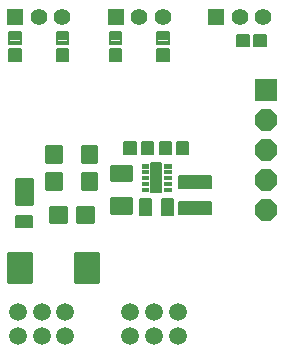
<source format=gbs>
G75*
%MOIN*%
%OFA0B0*%
%FSLAX25Y25*%
%IPPOS*%
%LPD*%
%AMOC8*
5,1,8,0,0,1.08239X$1,22.5*
%
%ADD10R,0.07387X0.07387*%
%ADD11OC8,0.07387*%
%ADD12C,0.00868*%
%ADD13C,0.01299*%
%ADD14C,0.05906*%
%ADD15R,0.05587X0.05587*%
%ADD16C,0.05587*%
%ADD17C,0.00945*%
%ADD18C,0.00638*%
%ADD19C,0.00673*%
%ADD20C,0.00207*%
%ADD21C,0.00595*%
%ADD22C,0.00709*%
%ADD23C,0.00856*%
D10*
X0113349Y0110626D03*
D11*
X0113349Y0100626D03*
X0113349Y0090626D03*
X0113349Y0080626D03*
X0113349Y0070626D03*
D12*
X0056753Y0082879D02*
X0051835Y0082879D01*
X0056753Y0082879D02*
X0056753Y0077561D01*
X0051835Y0077561D01*
X0051835Y0082879D01*
X0051835Y0078428D02*
X0056753Y0078428D01*
X0056753Y0079295D02*
X0051835Y0079295D01*
X0051835Y0080162D02*
X0056753Y0080162D01*
X0056753Y0081029D02*
X0051835Y0081029D01*
X0051835Y0081896D02*
X0056753Y0081896D01*
X0056753Y0082763D02*
X0051835Y0082763D01*
X0051835Y0091879D02*
X0056753Y0091879D01*
X0056753Y0086561D01*
X0051835Y0086561D01*
X0051835Y0091879D01*
X0051835Y0087428D02*
X0056753Y0087428D01*
X0056753Y0088295D02*
X0051835Y0088295D01*
X0051835Y0089162D02*
X0056753Y0089162D01*
X0056753Y0090029D02*
X0051835Y0090029D01*
X0051835Y0090896D02*
X0056753Y0090896D01*
X0056753Y0091763D02*
X0051835Y0091763D01*
X0044942Y0091879D02*
X0040024Y0091879D01*
X0044942Y0091879D02*
X0044942Y0086561D01*
X0040024Y0086561D01*
X0040024Y0091879D01*
X0040024Y0087428D02*
X0044942Y0087428D01*
X0044942Y0088295D02*
X0040024Y0088295D01*
X0040024Y0089162D02*
X0044942Y0089162D01*
X0044942Y0090029D02*
X0040024Y0090029D01*
X0040024Y0090896D02*
X0044942Y0090896D01*
X0044942Y0091763D02*
X0040024Y0091763D01*
X0040024Y0082879D02*
X0044942Y0082879D01*
X0044942Y0077561D01*
X0040024Y0077561D01*
X0040024Y0082879D01*
X0040024Y0078428D02*
X0044942Y0078428D01*
X0044942Y0079295D02*
X0040024Y0079295D01*
X0040024Y0080162D02*
X0044942Y0080162D01*
X0044942Y0081029D02*
X0040024Y0081029D01*
X0040024Y0081896D02*
X0044942Y0081896D01*
X0044942Y0082763D02*
X0040024Y0082763D01*
X0041230Y0071431D02*
X0041230Y0066513D01*
X0041230Y0071431D02*
X0046548Y0071431D01*
X0046548Y0066513D01*
X0041230Y0066513D01*
X0041230Y0067380D02*
X0046548Y0067380D01*
X0046548Y0068247D02*
X0041230Y0068247D01*
X0041230Y0069114D02*
X0046548Y0069114D01*
X0046548Y0069981D02*
X0041230Y0069981D01*
X0041230Y0070848D02*
X0046548Y0070848D01*
X0050230Y0071431D02*
X0050230Y0066513D01*
X0050230Y0071431D02*
X0055548Y0071431D01*
X0055548Y0066513D01*
X0050230Y0066513D01*
X0050230Y0067380D02*
X0055548Y0067380D01*
X0055548Y0068247D02*
X0050230Y0068247D01*
X0050230Y0069114D02*
X0055548Y0069114D01*
X0055548Y0069981D02*
X0050230Y0069981D01*
X0050230Y0070848D02*
X0055548Y0070848D01*
D13*
X0057267Y0055922D02*
X0049905Y0055922D01*
X0057267Y0055922D02*
X0057267Y0046590D01*
X0049905Y0046590D01*
X0049905Y0055922D01*
X0049905Y0047888D02*
X0057267Y0047888D01*
X0057267Y0049186D02*
X0049905Y0049186D01*
X0049905Y0050484D02*
X0057267Y0050484D01*
X0057267Y0051782D02*
X0049905Y0051782D01*
X0049905Y0053080D02*
X0057267Y0053080D01*
X0057267Y0054378D02*
X0049905Y0054378D01*
X0049905Y0055676D02*
X0057267Y0055676D01*
X0035062Y0046590D02*
X0027700Y0046590D01*
X0027700Y0055922D01*
X0035062Y0055922D01*
X0035062Y0046590D01*
X0035062Y0047888D02*
X0027700Y0047888D01*
X0027700Y0049186D02*
X0035062Y0049186D01*
X0035062Y0050484D02*
X0027700Y0050484D01*
X0027700Y0051782D02*
X0035062Y0051782D01*
X0035062Y0053080D02*
X0027700Y0053080D01*
X0027700Y0054378D02*
X0035062Y0054378D01*
X0035062Y0055676D02*
X0027700Y0055676D01*
D14*
X0030672Y0028618D03*
X0030672Y0036492D03*
X0038546Y0036492D03*
X0038546Y0028618D03*
X0046420Y0028618D03*
X0046420Y0036492D03*
X0068074Y0036492D03*
X0068074Y0028618D03*
X0075948Y0028618D03*
X0075948Y0036492D03*
X0083822Y0036492D03*
X0083822Y0028618D03*
D15*
X0096617Y0134917D03*
X0063152Y0134917D03*
X0029688Y0134917D03*
D16*
X0037562Y0134917D03*
X0045436Y0134917D03*
X0071026Y0134917D03*
X0078900Y0134917D03*
X0104491Y0134917D03*
X0112365Y0134917D03*
D17*
X0029964Y0080902D02*
X0029964Y0072398D01*
X0029964Y0080902D02*
X0035318Y0080902D01*
X0035318Y0072398D01*
X0029964Y0072398D01*
X0029964Y0073342D02*
X0035318Y0073342D01*
X0035318Y0074286D02*
X0029964Y0074286D01*
X0029964Y0075230D02*
X0035318Y0075230D01*
X0035318Y0076174D02*
X0029964Y0076174D01*
X0029964Y0077118D02*
X0035318Y0077118D01*
X0035318Y0078062D02*
X0029964Y0078062D01*
X0029964Y0079006D02*
X0035318Y0079006D01*
X0035318Y0079950D02*
X0029964Y0079950D01*
X0029964Y0080894D02*
X0035318Y0080894D01*
D18*
X0029850Y0068417D02*
X0029850Y0064803D01*
X0029850Y0068417D02*
X0035432Y0068417D01*
X0035432Y0064803D01*
X0029850Y0064803D01*
X0029850Y0065440D02*
X0035432Y0065440D01*
X0035432Y0066077D02*
X0029850Y0066077D01*
X0029850Y0066714D02*
X0035432Y0066714D01*
X0035432Y0067351D02*
X0029850Y0067351D01*
X0029850Y0067988D02*
X0035432Y0067988D01*
X0071227Y0074086D02*
X0074841Y0074086D01*
X0074841Y0068898D01*
X0071227Y0068898D01*
X0071227Y0074086D01*
X0071227Y0069535D02*
X0074841Y0069535D01*
X0074841Y0070172D02*
X0071227Y0070172D01*
X0071227Y0070809D02*
X0074841Y0070809D01*
X0074841Y0071446D02*
X0071227Y0071446D01*
X0071227Y0072083D02*
X0074841Y0072083D01*
X0074841Y0072720D02*
X0071227Y0072720D01*
X0071227Y0073357D02*
X0074841Y0073357D01*
X0074841Y0073994D02*
X0071227Y0073994D01*
X0078708Y0074086D02*
X0082322Y0074086D01*
X0082322Y0068898D01*
X0078708Y0068898D01*
X0078708Y0074086D01*
X0078708Y0069535D02*
X0082322Y0069535D01*
X0082322Y0070172D02*
X0078708Y0070172D01*
X0078708Y0070809D02*
X0082322Y0070809D01*
X0082322Y0071446D02*
X0078708Y0071446D01*
X0078708Y0072083D02*
X0082322Y0072083D01*
X0082322Y0072720D02*
X0078708Y0072720D01*
X0078708Y0073357D02*
X0082322Y0073357D01*
X0082322Y0073994D02*
X0078708Y0073994D01*
D19*
X0077918Y0089269D02*
X0081734Y0089269D01*
X0077918Y0089269D02*
X0077918Y0093085D01*
X0081734Y0093085D01*
X0081734Y0089269D01*
X0081734Y0089941D02*
X0077918Y0089941D01*
X0077918Y0090613D02*
X0081734Y0090613D01*
X0081734Y0091285D02*
X0077918Y0091285D01*
X0077918Y0091957D02*
X0081734Y0091957D01*
X0081734Y0092629D02*
X0077918Y0092629D01*
X0075631Y0089269D02*
X0071815Y0089269D01*
X0071815Y0093085D01*
X0075631Y0093085D01*
X0075631Y0089269D01*
X0075631Y0089941D02*
X0071815Y0089941D01*
X0071815Y0090613D02*
X0075631Y0090613D01*
X0075631Y0091285D02*
X0071815Y0091285D01*
X0071815Y0091957D02*
X0075631Y0091957D01*
X0075631Y0092629D02*
X0071815Y0092629D01*
X0069923Y0089269D02*
X0066107Y0089269D01*
X0066107Y0093085D01*
X0069923Y0093085D01*
X0069923Y0089269D01*
X0069923Y0089941D02*
X0066107Y0089941D01*
X0066107Y0090613D02*
X0069923Y0090613D01*
X0069923Y0091285D02*
X0066107Y0091285D01*
X0066107Y0091957D02*
X0069923Y0091957D01*
X0069923Y0092629D02*
X0066107Y0092629D01*
X0083626Y0089269D02*
X0087442Y0089269D01*
X0083626Y0089269D02*
X0083626Y0093085D01*
X0087442Y0093085D01*
X0087442Y0089269D01*
X0087442Y0089941D02*
X0083626Y0089941D01*
X0083626Y0090613D02*
X0087442Y0090613D01*
X0087442Y0091285D02*
X0083626Y0091285D01*
X0083626Y0091957D02*
X0087442Y0091957D01*
X0087442Y0092629D02*
X0083626Y0092629D01*
X0080808Y0120312D02*
X0080808Y0124128D01*
X0080808Y0120312D02*
X0076992Y0120312D01*
X0076992Y0124128D01*
X0080808Y0124128D01*
X0080808Y0120984D02*
X0076992Y0120984D01*
X0076992Y0121656D02*
X0080808Y0121656D01*
X0080808Y0122328D02*
X0076992Y0122328D01*
X0076992Y0123000D02*
X0080808Y0123000D01*
X0080808Y0123672D02*
X0076992Y0123672D01*
X0080808Y0126021D02*
X0080808Y0129837D01*
X0080808Y0126021D02*
X0076992Y0126021D01*
X0076992Y0129837D01*
X0080808Y0129837D01*
X0080808Y0126693D02*
X0076992Y0126693D01*
X0076992Y0127365D02*
X0080808Y0127365D01*
X0080808Y0128037D02*
X0076992Y0128037D01*
X0076992Y0128709D02*
X0080808Y0128709D01*
X0080808Y0129381D02*
X0076992Y0129381D01*
X0065060Y0129837D02*
X0065060Y0126021D01*
X0061244Y0126021D01*
X0061244Y0129837D01*
X0065060Y0129837D01*
X0065060Y0126693D02*
X0061244Y0126693D01*
X0061244Y0127365D02*
X0065060Y0127365D01*
X0065060Y0128037D02*
X0061244Y0128037D01*
X0061244Y0128709D02*
X0065060Y0128709D01*
X0065060Y0129381D02*
X0061244Y0129381D01*
X0065060Y0124128D02*
X0065060Y0120312D01*
X0061244Y0120312D01*
X0061244Y0124128D01*
X0065060Y0124128D01*
X0065060Y0120984D02*
X0061244Y0120984D01*
X0061244Y0121656D02*
X0065060Y0121656D01*
X0065060Y0122328D02*
X0061244Y0122328D01*
X0061244Y0123000D02*
X0065060Y0123000D01*
X0065060Y0123672D02*
X0061244Y0123672D01*
X0047344Y0124128D02*
X0047344Y0120312D01*
X0043528Y0120312D01*
X0043528Y0124128D01*
X0047344Y0124128D01*
X0047344Y0120984D02*
X0043528Y0120984D01*
X0043528Y0121656D02*
X0047344Y0121656D01*
X0047344Y0122328D02*
X0043528Y0122328D01*
X0043528Y0123000D02*
X0047344Y0123000D01*
X0047344Y0123672D02*
X0043528Y0123672D01*
X0047344Y0126021D02*
X0047344Y0129837D01*
X0047344Y0126021D02*
X0043528Y0126021D01*
X0043528Y0129837D01*
X0047344Y0129837D01*
X0047344Y0126693D02*
X0043528Y0126693D01*
X0043528Y0127365D02*
X0047344Y0127365D01*
X0047344Y0128037D02*
X0043528Y0128037D01*
X0043528Y0128709D02*
X0047344Y0128709D01*
X0047344Y0129381D02*
X0043528Y0129381D01*
X0031596Y0129837D02*
X0031596Y0126021D01*
X0027780Y0126021D01*
X0027780Y0129837D01*
X0031596Y0129837D01*
X0031596Y0126693D02*
X0027780Y0126693D01*
X0027780Y0127365D02*
X0031596Y0127365D01*
X0031596Y0128037D02*
X0027780Y0128037D01*
X0027780Y0128709D02*
X0031596Y0128709D01*
X0031596Y0129381D02*
X0027780Y0129381D01*
X0031596Y0124128D02*
X0031596Y0120312D01*
X0027780Y0120312D01*
X0027780Y0124128D01*
X0031596Y0124128D01*
X0031596Y0120984D02*
X0027780Y0120984D01*
X0027780Y0121656D02*
X0031596Y0121656D01*
X0031596Y0122328D02*
X0027780Y0122328D01*
X0027780Y0123000D02*
X0031596Y0123000D01*
X0031596Y0123672D02*
X0027780Y0123672D01*
X0103666Y0125135D02*
X0107482Y0125135D01*
X0103666Y0125135D02*
X0103666Y0128951D01*
X0107482Y0128951D01*
X0107482Y0125135D01*
X0107482Y0125807D02*
X0103666Y0125807D01*
X0103666Y0126479D02*
X0107482Y0126479D01*
X0107482Y0127151D02*
X0103666Y0127151D01*
X0103666Y0127823D02*
X0107482Y0127823D01*
X0107482Y0128495D02*
X0103666Y0128495D01*
X0109374Y0125135D02*
X0113190Y0125135D01*
X0109374Y0125135D02*
X0109374Y0128951D01*
X0113190Y0128951D01*
X0113190Y0125135D01*
X0113190Y0125807D02*
X0109374Y0125807D01*
X0109374Y0126479D02*
X0113190Y0126479D01*
X0113190Y0127151D02*
X0109374Y0127151D01*
X0109374Y0127823D02*
X0113190Y0127823D01*
X0113190Y0128495D02*
X0109374Y0128495D01*
D20*
X0079437Y0085858D02*
X0079437Y0084686D01*
X0079437Y0085858D02*
X0081593Y0085858D01*
X0081593Y0084686D01*
X0079437Y0084686D01*
X0079437Y0084892D02*
X0081593Y0084892D01*
X0081593Y0085098D02*
X0079437Y0085098D01*
X0079437Y0085304D02*
X0081593Y0085304D01*
X0081593Y0085510D02*
X0079437Y0085510D01*
X0079437Y0085716D02*
X0081593Y0085716D01*
X0079437Y0083889D02*
X0079437Y0082717D01*
X0079437Y0083889D02*
X0081593Y0083889D01*
X0081593Y0082717D01*
X0079437Y0082717D01*
X0079437Y0082923D02*
X0081593Y0082923D01*
X0081593Y0083129D02*
X0079437Y0083129D01*
X0079437Y0083335D02*
X0081593Y0083335D01*
X0081593Y0083541D02*
X0079437Y0083541D01*
X0079437Y0083747D02*
X0081593Y0083747D01*
X0079437Y0081921D02*
X0079437Y0080749D01*
X0079437Y0081921D02*
X0081593Y0081921D01*
X0081593Y0080749D01*
X0079437Y0080749D01*
X0079437Y0080955D02*
X0081593Y0080955D01*
X0081593Y0081161D02*
X0079437Y0081161D01*
X0079437Y0081367D02*
X0081593Y0081367D01*
X0081593Y0081573D02*
X0079437Y0081573D01*
X0079437Y0081779D02*
X0081593Y0081779D01*
X0079437Y0079952D02*
X0079437Y0078780D01*
X0079437Y0079952D02*
X0081593Y0079952D01*
X0081593Y0078780D01*
X0079437Y0078780D01*
X0079437Y0078986D02*
X0081593Y0078986D01*
X0081593Y0079192D02*
X0079437Y0079192D01*
X0079437Y0079398D02*
X0081593Y0079398D01*
X0081593Y0079604D02*
X0079437Y0079604D01*
X0079437Y0079810D02*
X0081593Y0079810D01*
X0079437Y0077984D02*
X0079437Y0076812D01*
X0079437Y0077984D02*
X0081593Y0077984D01*
X0081593Y0076812D01*
X0079437Y0076812D01*
X0079437Y0077018D02*
X0081593Y0077018D01*
X0081593Y0077224D02*
X0079437Y0077224D01*
X0079437Y0077430D02*
X0081593Y0077430D01*
X0081593Y0077636D02*
X0079437Y0077636D01*
X0079437Y0077842D02*
X0081593Y0077842D01*
X0071956Y0077984D02*
X0071956Y0076812D01*
X0071956Y0077984D02*
X0074112Y0077984D01*
X0074112Y0076812D01*
X0071956Y0076812D01*
X0071956Y0077018D02*
X0074112Y0077018D01*
X0074112Y0077224D02*
X0071956Y0077224D01*
X0071956Y0077430D02*
X0074112Y0077430D01*
X0074112Y0077636D02*
X0071956Y0077636D01*
X0071956Y0077842D02*
X0074112Y0077842D01*
X0071956Y0078780D02*
X0071956Y0079952D01*
X0074112Y0079952D01*
X0074112Y0078780D01*
X0071956Y0078780D01*
X0071956Y0078986D02*
X0074112Y0078986D01*
X0074112Y0079192D02*
X0071956Y0079192D01*
X0071956Y0079398D02*
X0074112Y0079398D01*
X0074112Y0079604D02*
X0071956Y0079604D01*
X0071956Y0079810D02*
X0074112Y0079810D01*
X0071956Y0080749D02*
X0071956Y0081921D01*
X0074112Y0081921D01*
X0074112Y0080749D01*
X0071956Y0080749D01*
X0071956Y0080955D02*
X0074112Y0080955D01*
X0074112Y0081161D02*
X0071956Y0081161D01*
X0071956Y0081367D02*
X0074112Y0081367D01*
X0074112Y0081573D02*
X0071956Y0081573D01*
X0071956Y0081779D02*
X0074112Y0081779D01*
X0071956Y0082717D02*
X0071956Y0083889D01*
X0074112Y0083889D01*
X0074112Y0082717D01*
X0071956Y0082717D01*
X0071956Y0082923D02*
X0074112Y0082923D01*
X0074112Y0083129D02*
X0071956Y0083129D01*
X0071956Y0083335D02*
X0074112Y0083335D01*
X0074112Y0083541D02*
X0071956Y0083541D01*
X0071956Y0083747D02*
X0074112Y0083747D01*
X0071956Y0084686D02*
X0071956Y0085858D01*
X0074112Y0085858D01*
X0074112Y0084686D01*
X0071956Y0084686D01*
X0071956Y0084892D02*
X0074112Y0084892D01*
X0074112Y0085098D02*
X0071956Y0085098D01*
X0071956Y0085304D02*
X0074112Y0085304D01*
X0074112Y0085510D02*
X0071956Y0085510D01*
X0071956Y0085716D02*
X0074112Y0085716D01*
D21*
X0075088Y0076577D02*
X0078462Y0076577D01*
X0075088Y0076577D02*
X0075088Y0086093D01*
X0078462Y0086093D01*
X0078462Y0076577D01*
X0078462Y0077171D02*
X0075088Y0077171D01*
X0075088Y0077765D02*
X0078462Y0077765D01*
X0078462Y0078359D02*
X0075088Y0078359D01*
X0075088Y0078953D02*
X0078462Y0078953D01*
X0078462Y0079547D02*
X0075088Y0079547D01*
X0075088Y0080141D02*
X0078462Y0080141D01*
X0078462Y0080735D02*
X0075088Y0080735D01*
X0075088Y0081329D02*
X0078462Y0081329D01*
X0078462Y0081923D02*
X0075088Y0081923D01*
X0075088Y0082517D02*
X0078462Y0082517D01*
X0078462Y0083111D02*
X0075088Y0083111D01*
X0075088Y0083705D02*
X0078462Y0083705D01*
X0078462Y0084299D02*
X0075088Y0084299D01*
X0075088Y0084893D02*
X0078462Y0084893D01*
X0078462Y0085487D02*
X0075088Y0085487D01*
X0075088Y0086081D02*
X0078462Y0086081D01*
D22*
X0084216Y0081768D02*
X0094924Y0081768D01*
X0094924Y0077752D01*
X0084216Y0077752D01*
X0084216Y0081768D01*
X0084216Y0078460D02*
X0094924Y0078460D01*
X0094924Y0079168D02*
X0084216Y0079168D01*
X0084216Y0079876D02*
X0094924Y0079876D01*
X0094924Y0080584D02*
X0084216Y0080584D01*
X0084216Y0081292D02*
X0094924Y0081292D01*
X0094924Y0073106D02*
X0084216Y0073106D01*
X0094924Y0073106D02*
X0094924Y0069090D01*
X0084216Y0069090D01*
X0084216Y0073106D01*
X0084216Y0069798D02*
X0094924Y0069798D01*
X0094924Y0070506D02*
X0084216Y0070506D01*
X0084216Y0071214D02*
X0094924Y0071214D01*
X0094924Y0071922D02*
X0084216Y0071922D01*
X0084216Y0072630D02*
X0094924Y0072630D01*
D23*
X0061553Y0074410D02*
X0061553Y0069558D01*
X0061553Y0074410D02*
X0068373Y0074410D01*
X0068373Y0069558D01*
X0061553Y0069558D01*
X0061553Y0070413D02*
X0068373Y0070413D01*
X0068373Y0071268D02*
X0061553Y0071268D01*
X0061553Y0072123D02*
X0068373Y0072123D01*
X0068373Y0072978D02*
X0061553Y0072978D01*
X0061553Y0073833D02*
X0068373Y0073833D01*
X0061553Y0080385D02*
X0061553Y0085237D01*
X0068373Y0085237D01*
X0068373Y0080385D01*
X0061553Y0080385D01*
X0061553Y0081240D02*
X0068373Y0081240D01*
X0068373Y0082095D02*
X0061553Y0082095D01*
X0061553Y0082950D02*
X0068373Y0082950D01*
X0068373Y0083805D02*
X0061553Y0083805D01*
X0061553Y0084660D02*
X0068373Y0084660D01*
M02*

</source>
